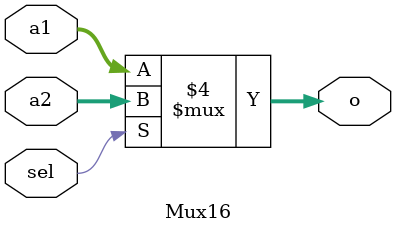
<source format=v>
module Mux16(
    input wire [15:0] a1, a2,
    input wire sel,
    output reg [15:0] o
);

    always @(*) begin
        if (sel == 0) begin
            o = a1;
        end else begin
            o = a2;
        end
    end
    
endmodule
</source>
